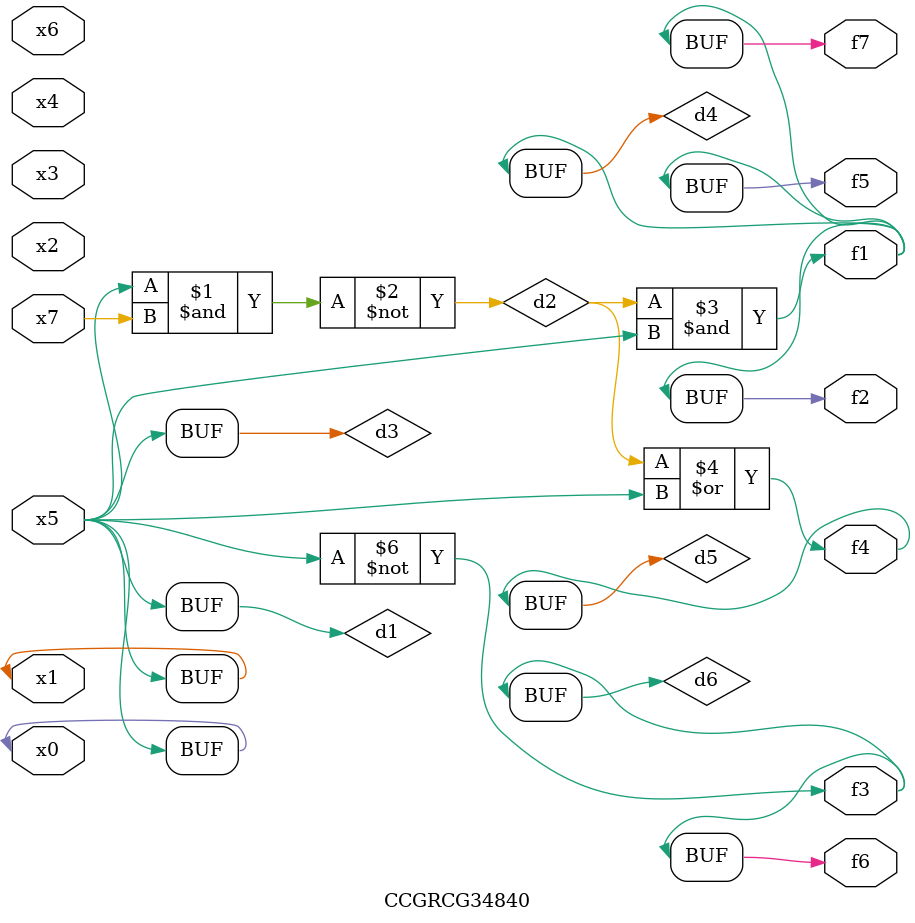
<source format=v>
module CCGRCG34840(
	input x0, x1, x2, x3, x4, x5, x6, x7,
	output f1, f2, f3, f4, f5, f6, f7
);

	wire d1, d2, d3, d4, d5, d6;

	buf (d1, x0, x5);
	nand (d2, x5, x7);
	buf (d3, x0, x1);
	and (d4, d2, d3);
	or (d5, d2, d3);
	nor (d6, d1, d3);
	assign f1 = d4;
	assign f2 = d4;
	assign f3 = d6;
	assign f4 = d5;
	assign f5 = d4;
	assign f6 = d6;
	assign f7 = d4;
endmodule

</source>
